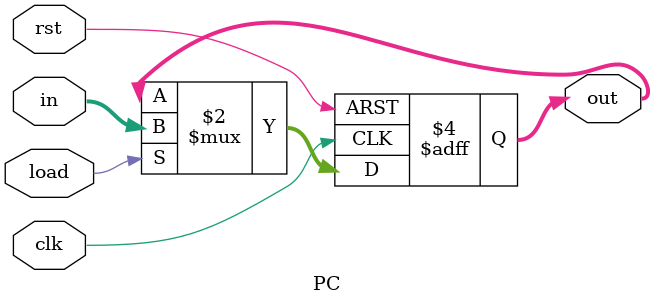
<source format=v>
`timescale 1ns / 1ps
/*******************************************************************
*
* Module: PC.v
* Project: femtoRV32
* Author(s): Abdelhakim Badawy  - abdelhakimbadawy@aucegypt.edu
             Marwan Eid         - marwanadel99@aucegypt.edu
             Mohammed Abuelwafa - mohammedabuelwafa@aucegypt.edu
* Description: A verilog module for the program counter that channges the output
*              based on the input at the positive edge of the clock or the reset
*
* Change history: 10/23/19 - Added to the project
*
**********************************************************************/

module PC(
    input clk,
    input rst,
    input load,
    input [31:0] in,
    output reg [31:0] out
);

    always @ (posedge clk or posedge rst)
        begin
            if (rst)
                out <= 0;
            else
            if (load)
             out <= in;
        end
endmodule

</source>
